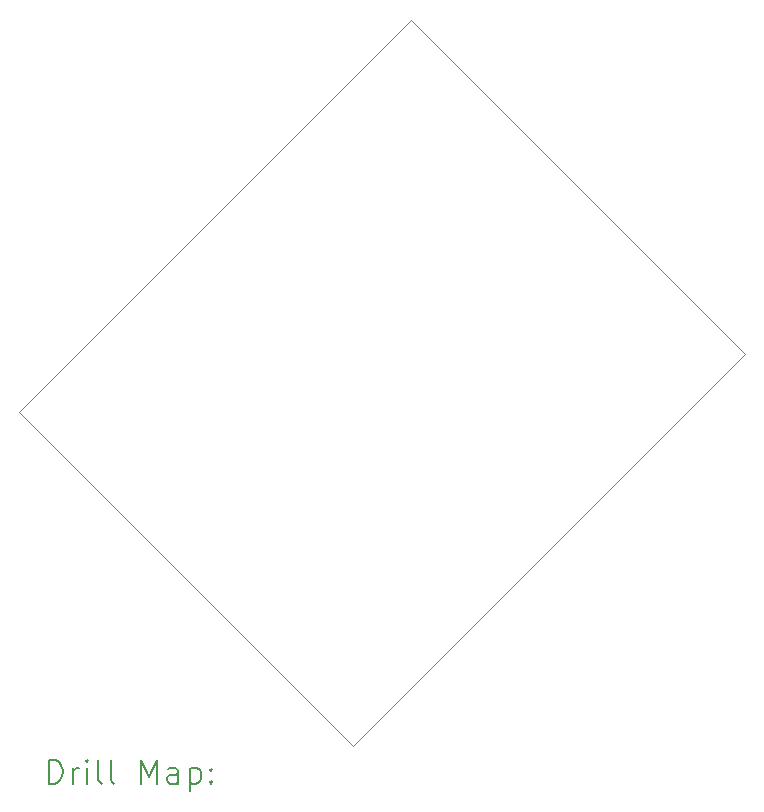
<source format=gbr>
%TF.GenerationSoftware,KiCad,Pcbnew,8.0.0-rc1*%
%TF.CreationDate,2025-03-14T10:19:53+03:00*%
%TF.ProjectId,SMX66_V1.0,534d5836-365f-4563-912e-302e6b696361,rev?*%
%TF.SameCoordinates,Original*%
%TF.FileFunction,Drillmap*%
%TF.FilePolarity,Positive*%
%FSLAX45Y45*%
G04 Gerber Fmt 4.5, Leading zero omitted, Abs format (unit mm)*
G04 Created by KiCad (PCBNEW 8.0.0-rc1) date 2025-03-14 10:19:53*
%MOMM*%
%LPD*%
G01*
G04 APERTURE LIST*
%ADD10C,0.100000*%
%ADD11C,0.200000*%
G04 APERTURE END LIST*
D10*
X17536782Y-9160274D02*
X14213380Y-12483676D01*
X11384953Y-9655249D01*
X14708354Y-6331847D01*
X17536782Y-9160274D01*
D11*
X11640729Y-12800160D02*
X11640729Y-12600160D01*
X11640729Y-12600160D02*
X11688348Y-12600160D01*
X11688348Y-12600160D02*
X11716920Y-12609684D01*
X11716920Y-12609684D02*
X11735967Y-12628731D01*
X11735967Y-12628731D02*
X11745491Y-12647779D01*
X11745491Y-12647779D02*
X11755015Y-12685874D01*
X11755015Y-12685874D02*
X11755015Y-12714446D01*
X11755015Y-12714446D02*
X11745491Y-12752541D01*
X11745491Y-12752541D02*
X11735967Y-12771588D01*
X11735967Y-12771588D02*
X11716920Y-12790636D01*
X11716920Y-12790636D02*
X11688348Y-12800160D01*
X11688348Y-12800160D02*
X11640729Y-12800160D01*
X11840729Y-12800160D02*
X11840729Y-12666827D01*
X11840729Y-12704922D02*
X11850253Y-12685874D01*
X11850253Y-12685874D02*
X11859777Y-12676350D01*
X11859777Y-12676350D02*
X11878825Y-12666827D01*
X11878825Y-12666827D02*
X11897872Y-12666827D01*
X11964539Y-12800160D02*
X11964539Y-12666827D01*
X11964539Y-12600160D02*
X11955015Y-12609684D01*
X11955015Y-12609684D02*
X11964539Y-12619208D01*
X11964539Y-12619208D02*
X11974063Y-12609684D01*
X11974063Y-12609684D02*
X11964539Y-12600160D01*
X11964539Y-12600160D02*
X11964539Y-12619208D01*
X12088348Y-12800160D02*
X12069301Y-12790636D01*
X12069301Y-12790636D02*
X12059777Y-12771588D01*
X12059777Y-12771588D02*
X12059777Y-12600160D01*
X12193110Y-12800160D02*
X12174063Y-12790636D01*
X12174063Y-12790636D02*
X12164539Y-12771588D01*
X12164539Y-12771588D02*
X12164539Y-12600160D01*
X12421682Y-12800160D02*
X12421682Y-12600160D01*
X12421682Y-12600160D02*
X12488348Y-12743017D01*
X12488348Y-12743017D02*
X12555015Y-12600160D01*
X12555015Y-12600160D02*
X12555015Y-12800160D01*
X12735967Y-12800160D02*
X12735967Y-12695398D01*
X12735967Y-12695398D02*
X12726444Y-12676350D01*
X12726444Y-12676350D02*
X12707396Y-12666827D01*
X12707396Y-12666827D02*
X12669301Y-12666827D01*
X12669301Y-12666827D02*
X12650253Y-12676350D01*
X12735967Y-12790636D02*
X12716920Y-12800160D01*
X12716920Y-12800160D02*
X12669301Y-12800160D01*
X12669301Y-12800160D02*
X12650253Y-12790636D01*
X12650253Y-12790636D02*
X12640729Y-12771588D01*
X12640729Y-12771588D02*
X12640729Y-12752541D01*
X12640729Y-12752541D02*
X12650253Y-12733493D01*
X12650253Y-12733493D02*
X12669301Y-12723969D01*
X12669301Y-12723969D02*
X12716920Y-12723969D01*
X12716920Y-12723969D02*
X12735967Y-12714446D01*
X12831206Y-12666827D02*
X12831206Y-12866827D01*
X12831206Y-12676350D02*
X12850253Y-12666827D01*
X12850253Y-12666827D02*
X12888348Y-12666827D01*
X12888348Y-12666827D02*
X12907396Y-12676350D01*
X12907396Y-12676350D02*
X12916920Y-12685874D01*
X12916920Y-12685874D02*
X12926444Y-12704922D01*
X12926444Y-12704922D02*
X12926444Y-12762065D01*
X12926444Y-12762065D02*
X12916920Y-12781112D01*
X12916920Y-12781112D02*
X12907396Y-12790636D01*
X12907396Y-12790636D02*
X12888348Y-12800160D01*
X12888348Y-12800160D02*
X12850253Y-12800160D01*
X12850253Y-12800160D02*
X12831206Y-12790636D01*
X13012158Y-12781112D02*
X13021682Y-12790636D01*
X13021682Y-12790636D02*
X13012158Y-12800160D01*
X13012158Y-12800160D02*
X13002634Y-12790636D01*
X13002634Y-12790636D02*
X13012158Y-12781112D01*
X13012158Y-12781112D02*
X13012158Y-12800160D01*
X13012158Y-12676350D02*
X13021682Y-12685874D01*
X13021682Y-12685874D02*
X13012158Y-12695398D01*
X13012158Y-12695398D02*
X13002634Y-12685874D01*
X13002634Y-12685874D02*
X13012158Y-12676350D01*
X13012158Y-12676350D02*
X13012158Y-12695398D01*
M02*

</source>
